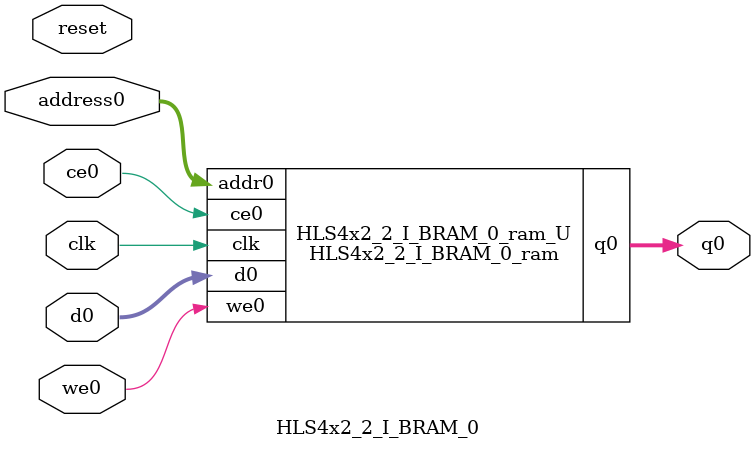
<source format=v>

`timescale 1 ns / 1 ps
module HLS4x2_2_I_BRAM_0_ram (addr0, ce0, d0, we0, q0,  clk);

parameter DWIDTH = 16;
parameter AWIDTH = 10;
parameter MEM_SIZE = 961;

input[AWIDTH-1:0] addr0;
input ce0;
input[DWIDTH-1:0] d0;
input we0;
output reg[DWIDTH-1:0] q0;
input clk;

(* ram_style = "block" *)reg [DWIDTH-1:0] ram[0:MEM_SIZE-1];




always @(posedge clk)  
begin 
    if (ce0) 
    begin
        if (we0) 
        begin 
            ram[addr0] <= d0; 
            q0 <= d0;
        end 
        else 
            q0 <= ram[addr0];
    end
end


endmodule


`timescale 1 ns / 1 ps
module HLS4x2_2_I_BRAM_0(
    reset,
    clk,
    address0,
    ce0,
    we0,
    d0,
    q0);

parameter DataWidth = 32'd16;
parameter AddressRange = 32'd961;
parameter AddressWidth = 32'd10;
input reset;
input clk;
input[AddressWidth - 1:0] address0;
input ce0;
input we0;
input[DataWidth - 1:0] d0;
output[DataWidth - 1:0] q0;



HLS4x2_2_I_BRAM_0_ram HLS4x2_2_I_BRAM_0_ram_U(
    .clk( clk ),
    .addr0( address0 ),
    .ce0( ce0 ),
    .d0( d0 ),
    .we0( we0 ),
    .q0( q0 ));

endmodule


</source>
